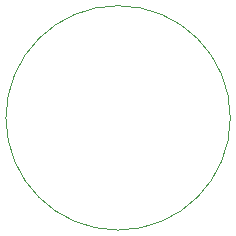
<source format=gm1>
G04 #@! TF.GenerationSoftware,KiCad,Pcbnew,(5.1.7)-1*
G04 #@! TF.CreationDate,2022-06-07T00:48:51+02:00*
G04 #@! TF.ProjectId,Kondensator-Adapter-16mm,4b6f6e64-656e-4736-9174-6f722d416461,rev?*
G04 #@! TF.SameCoordinates,Original*
G04 #@! TF.FileFunction,Profile,NP*
%FSLAX46Y46*%
G04 Gerber Fmt 4.6, Leading zero omitted, Abs format (unit mm)*
G04 Created by KiCad (PCBNEW (5.1.7)-1) date 2022-06-07 00:48:51*
%MOMM*%
%LPD*%
G01*
G04 APERTURE LIST*
G04 #@! TA.AperFunction,Profile*
%ADD10C,0.050000*%
G04 #@! TD*
G04 APERTURE END LIST*
D10*
X182298862Y-38661675D02*
G75*
G03*
X182298862Y-38661675I-9500000J0D01*
G01*
M02*

</source>
